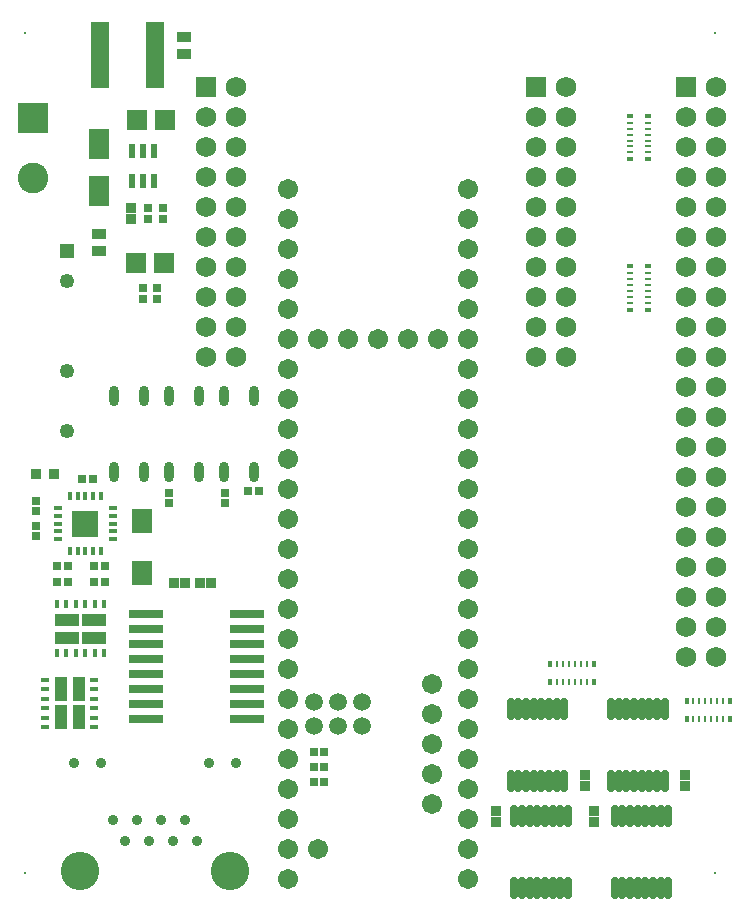
<source format=gts>
G04*
G04 #@! TF.GenerationSoftware,Altium Limited,Altium Designer,22.10.1 (41)*
G04*
G04 Layer_Color=8388736*
%FSLAX44Y44*%
%MOMM*%
G71*
G04*
G04 #@! TF.SameCoordinates,ED3CD574-296F-4DA1-8CEE-BF2CD4CAFD89*
G04*
G04*
G04 #@! TF.FilePolarity,Negative*
G04*
G01*
G75*
%ADD17R,1.2621X0.9578*%
%ADD18R,1.7540X1.8062*%
%ADD22R,1.6000X5.7000*%
%ADD23R,1.8000X2.1000*%
%ADD24R,1.7000X2.5000*%
%ADD25R,0.9587X0.9121*%
%ADD27R,0.6000X1.2000*%
%ADD29R,0.5000X0.2500*%
%ADD30R,0.5000X0.4250*%
%ADD31R,0.2500X0.5000*%
%ADD32R,0.4250X0.5000*%
%ADD34R,1.0000X2.1000*%
%ADD35R,0.6500X0.4000*%
G04:AMPARAMS|DCode=36|XSize=0.75mm|YSize=0.31mm|CornerRadius=0.0496mm|HoleSize=0mm|Usage=FLASHONLY|Rotation=0.000|XOffset=0mm|YOffset=0mm|HoleType=Round|Shape=RoundedRectangle|*
%AMROUNDEDRECTD36*
21,1,0.7500,0.2108,0,0,0.0*
21,1,0.6508,0.3100,0,0,0.0*
1,1,0.0992,0.3254,-0.1054*
1,1,0.0992,-0.3254,-0.1054*
1,1,0.0992,-0.3254,0.1054*
1,1,0.0992,0.3254,0.1054*
%
%ADD36ROUNDEDRECTD36*%
G04:AMPARAMS|DCode=37|XSize=0.31mm|YSize=0.75mm|CornerRadius=0.0496mm|HoleSize=0mm|Usage=FLASHONLY|Rotation=0.000|XOffset=0mm|YOffset=0mm|HoleType=Round|Shape=RoundedRectangle|*
%AMROUNDEDRECTD37*
21,1,0.3100,0.6508,0,0,0.0*
21,1,0.2108,0.7500,0,0,0.0*
1,1,0.0992,0.1054,-0.3254*
1,1,0.0992,-0.1054,-0.3254*
1,1,0.0992,-0.1054,0.3254*
1,1,0.0992,0.1054,0.3254*
%
%ADD37ROUNDEDRECTD37*%
%ADD38R,0.4000X0.6500*%
%ADD39R,2.1000X1.0000*%
%ADD40O,0.8032X1.7532*%
%ADD41R,0.8032X0.8032*%
%ADD42R,0.8032X0.8032*%
%ADD43R,0.8432X0.8432*%
%ADD44R,0.8432X0.8432*%
G04:AMPARAMS|DCode=45|XSize=0.6532mm|YSize=1.8032mm|CornerRadius=0.1511mm|HoleSize=0mm|Usage=FLASHONLY|Rotation=180.000|XOffset=0mm|YOffset=0mm|HoleType=Round|Shape=RoundedRectangle|*
%AMROUNDEDRECTD45*
21,1,0.6532,1.5010,0,0,180.0*
21,1,0.3510,1.8032,0,0,180.0*
1,1,0.3022,-0.1755,0.7505*
1,1,0.3022,0.1755,0.7505*
1,1,0.3022,0.1755,-0.7505*
1,1,0.3022,-0.1755,-0.7505*
%
%ADD45ROUNDEDRECTD45*%
%ADD46R,2.2000X2.2000*%
%ADD47R,2.9210X0.7620*%
%ADD48C,2.6032*%
%ADD49R,2.6032X2.6032*%
%ADD50C,1.2500*%
%ADD51R,1.2500X1.2500*%
%ADD52C,0.2032*%
%ADD53C,1.7532*%
%ADD54R,1.7532X1.7532*%
%ADD55C,1.5032*%
%ADD56C,1.7032*%
%ADD57C,3.2512*%
%ADD58C,0.9000*%
D17*
X88000Y551728D02*
D03*
Y566272D02*
D03*
X160000Y733272D02*
D03*
Y718728D02*
D03*
D18*
X120239Y663000D02*
D03*
X143761D02*
D03*
X119239Y542000D02*
D03*
X142761D02*
D03*
D22*
X88500Y718000D02*
D03*
X135500D02*
D03*
D23*
X124000Y323000D02*
D03*
Y279000D02*
D03*
D24*
X87826Y643000D02*
D03*
Y603000D02*
D03*
D25*
X34733Y363000D02*
D03*
X49267D02*
D03*
D27*
X115500Y611000D02*
D03*
X125000D02*
D03*
X134500D02*
D03*
Y637000D02*
D03*
X125000D02*
D03*
X115500D02*
D03*
D29*
X537500Y635500D02*
D03*
Y640500D02*
D03*
Y645500D02*
D03*
Y650500D02*
D03*
Y655500D02*
D03*
Y660500D02*
D03*
X552500D02*
D03*
Y655500D02*
D03*
Y650500D02*
D03*
Y645500D02*
D03*
Y640500D02*
D03*
Y635500D02*
D03*
Y508000D02*
D03*
Y513000D02*
D03*
Y518000D02*
D03*
Y523000D02*
D03*
Y528000D02*
D03*
Y533000D02*
D03*
X537500D02*
D03*
Y528000D02*
D03*
Y523000D02*
D03*
Y518000D02*
D03*
Y513000D02*
D03*
Y508000D02*
D03*
D30*
Y629625D02*
D03*
Y666375D02*
D03*
X552500D02*
D03*
Y629625D02*
D03*
Y502125D02*
D03*
Y538875D02*
D03*
X537500D02*
D03*
Y502125D02*
D03*
D31*
X500500Y187500D02*
D03*
X495500D02*
D03*
X490500D02*
D03*
X485500D02*
D03*
X480500D02*
D03*
X475500D02*
D03*
Y202500D02*
D03*
X480500D02*
D03*
X485500D02*
D03*
X490500D02*
D03*
X495500D02*
D03*
X500500D02*
D03*
X616000Y156000D02*
D03*
X611000D02*
D03*
X606000D02*
D03*
X601000D02*
D03*
X596000D02*
D03*
X591000D02*
D03*
Y171000D02*
D03*
X596000D02*
D03*
X601000D02*
D03*
X606000D02*
D03*
X611000D02*
D03*
X616000D02*
D03*
D32*
X506375Y187500D02*
D03*
X469625D02*
D03*
Y202500D02*
D03*
X506375D02*
D03*
X621875Y156000D02*
D03*
X585125D02*
D03*
Y171000D02*
D03*
X621875D02*
D03*
D34*
X70500Y180750D02*
D03*
Y157250D02*
D03*
X55500D02*
D03*
Y180750D02*
D03*
D35*
X83750Y189000D02*
D03*
Y181000D02*
D03*
Y173000D02*
D03*
Y165000D02*
D03*
Y157000D02*
D03*
Y149000D02*
D03*
X42250D02*
D03*
Y157000D02*
D03*
Y165000D02*
D03*
Y173000D02*
D03*
Y181000D02*
D03*
Y189000D02*
D03*
D36*
X52793Y334250D02*
D03*
Y327750D02*
D03*
Y321250D02*
D03*
Y314750D02*
D03*
Y308250D02*
D03*
X99292D02*
D03*
Y314750D02*
D03*
Y321250D02*
D03*
Y327750D02*
D03*
Y334250D02*
D03*
D37*
X63042Y298000D02*
D03*
X69542D02*
D03*
X76042D02*
D03*
X82543D02*
D03*
X89043D02*
D03*
Y344500D02*
D03*
X82543D02*
D03*
X76042D02*
D03*
X69542D02*
D03*
X63042D02*
D03*
D38*
X92000Y252750D02*
D03*
X84000D02*
D03*
X76000D02*
D03*
X68000D02*
D03*
X60000D02*
D03*
X52000D02*
D03*
Y211250D02*
D03*
X60000D02*
D03*
X68000D02*
D03*
X76000D02*
D03*
X84000D02*
D03*
X92000D02*
D03*
D39*
X83750Y239500D02*
D03*
X60250D02*
D03*
Y224500D02*
D03*
X83750D02*
D03*
D40*
X125700Y429250D02*
D03*
X100300D02*
D03*
X125700Y364750D02*
D03*
X100300D02*
D03*
X172207Y429250D02*
D03*
X146807D02*
D03*
X172207Y364750D02*
D03*
X146807D02*
D03*
X193300D02*
D03*
X218700D02*
D03*
X193300Y429250D02*
D03*
X218700D02*
D03*
D41*
X83500Y285000D02*
D03*
X92500D02*
D03*
X61500Y272000D02*
D03*
X52500D02*
D03*
X83500D02*
D03*
X92500D02*
D03*
X61500Y285000D02*
D03*
X52500D02*
D03*
X278500Y128000D02*
D03*
X269500D02*
D03*
X278500Y115000D02*
D03*
X269500D02*
D03*
X278500Y102000D02*
D03*
X269500D02*
D03*
X73500Y359000D02*
D03*
X82500D02*
D03*
X214000Y348941D02*
D03*
X223000D02*
D03*
D42*
X34000Y319500D02*
D03*
Y310500D02*
D03*
X194000Y338500D02*
D03*
Y347500D02*
D03*
X147000Y338500D02*
D03*
Y347500D02*
D03*
X142000Y588500D02*
D03*
Y579500D02*
D03*
X34000Y331500D02*
D03*
Y340500D02*
D03*
X137000Y511500D02*
D03*
Y520500D02*
D03*
X129000Y579500D02*
D03*
Y588500D02*
D03*
X125000Y520500D02*
D03*
Y511500D02*
D03*
D43*
X115000Y588600D02*
D03*
Y579400D02*
D03*
X584000Y108600D02*
D03*
Y99400D02*
D03*
X507000Y68400D02*
D03*
Y77600D02*
D03*
X424000Y68400D02*
D03*
Y77600D02*
D03*
X499000Y99400D02*
D03*
Y108600D02*
D03*
D44*
X160600Y271000D02*
D03*
X151400D02*
D03*
X182600D02*
D03*
X173400D02*
D03*
D45*
X569750Y73500D02*
D03*
X563250D02*
D03*
X556750D02*
D03*
X550250D02*
D03*
X543750D02*
D03*
X537250D02*
D03*
X530750D02*
D03*
X524250D02*
D03*
X569750Y12500D02*
D03*
X563250D02*
D03*
X556750D02*
D03*
X550250D02*
D03*
X543750D02*
D03*
X537250D02*
D03*
X530750D02*
D03*
X524250D02*
D03*
X439250D02*
D03*
X445750D02*
D03*
X452250D02*
D03*
X458750D02*
D03*
X465250D02*
D03*
X471750D02*
D03*
X478250D02*
D03*
X484750D02*
D03*
X439250Y73500D02*
D03*
X445750D02*
D03*
X452250D02*
D03*
X458750D02*
D03*
X465250D02*
D03*
X471750D02*
D03*
X478250D02*
D03*
X484750D02*
D03*
X436208Y103543D02*
D03*
X442707D02*
D03*
X449207D02*
D03*
X455708D02*
D03*
X462207D02*
D03*
X468708D02*
D03*
X475207D02*
D03*
X481707D02*
D03*
X436208Y164543D02*
D03*
X442707D02*
D03*
X449207D02*
D03*
X455708D02*
D03*
X462207D02*
D03*
X468708D02*
D03*
X475207D02*
D03*
X481707D02*
D03*
X566708Y164543D02*
D03*
X560207D02*
D03*
X553708D02*
D03*
X547207D02*
D03*
X540708D02*
D03*
X534207D02*
D03*
X527708D02*
D03*
X521208D02*
D03*
X566708Y103543D02*
D03*
X560207D02*
D03*
X553708D02*
D03*
X547207D02*
D03*
X540708D02*
D03*
X534207D02*
D03*
X527708D02*
D03*
X521208D02*
D03*
D46*
X76042Y321250D02*
D03*
D47*
X212926Y244450D02*
D03*
Y231750D02*
D03*
Y219050D02*
D03*
Y206350D02*
D03*
Y193650D02*
D03*
Y180950D02*
D03*
Y168250D02*
D03*
Y155550D02*
D03*
X127074D02*
D03*
Y168250D02*
D03*
Y180950D02*
D03*
Y193650D02*
D03*
Y206350D02*
D03*
Y219050D02*
D03*
Y231750D02*
D03*
Y244450D02*
D03*
D48*
X32000Y613600D02*
D03*
D49*
Y664400D02*
D03*
D50*
X60957Y399453D02*
D03*
Y450253D02*
D03*
Y526453D02*
D03*
D51*
Y551853D02*
D03*
D52*
X609600Y736600D02*
D03*
X25400Y25400D02*
D03*
X609600D02*
D03*
X25400Y736600D02*
D03*
D53*
X483000Y690800D02*
D03*
Y665400D02*
D03*
Y640000D02*
D03*
Y614600D02*
D03*
Y589200D02*
D03*
Y563800D02*
D03*
Y538400D02*
D03*
Y513000D02*
D03*
Y487600D02*
D03*
Y462200D02*
D03*
X457600Y665400D02*
D03*
Y640000D02*
D03*
Y614600D02*
D03*
Y589200D02*
D03*
Y563800D02*
D03*
Y538400D02*
D03*
Y513000D02*
D03*
Y487600D02*
D03*
Y462200D02*
D03*
X178200D02*
D03*
Y487600D02*
D03*
Y513000D02*
D03*
Y538400D02*
D03*
Y563800D02*
D03*
Y589200D02*
D03*
Y614600D02*
D03*
Y640000D02*
D03*
Y665400D02*
D03*
X203600Y462200D02*
D03*
Y487600D02*
D03*
Y513000D02*
D03*
Y538400D02*
D03*
Y563800D02*
D03*
Y589200D02*
D03*
Y614600D02*
D03*
Y640000D02*
D03*
Y665400D02*
D03*
Y690800D02*
D03*
X610000D02*
D03*
Y665400D02*
D03*
Y640000D02*
D03*
Y614600D02*
D03*
Y589200D02*
D03*
Y563800D02*
D03*
Y538400D02*
D03*
Y513000D02*
D03*
Y487600D02*
D03*
Y462200D02*
D03*
Y436800D02*
D03*
Y411400D02*
D03*
Y386000D02*
D03*
Y360600D02*
D03*
Y335200D02*
D03*
Y309800D02*
D03*
Y284400D02*
D03*
Y259000D02*
D03*
Y233600D02*
D03*
Y208200D02*
D03*
X584600Y665400D02*
D03*
Y640000D02*
D03*
Y614600D02*
D03*
Y589200D02*
D03*
Y563800D02*
D03*
Y538400D02*
D03*
Y513000D02*
D03*
Y487600D02*
D03*
Y462200D02*
D03*
Y436800D02*
D03*
Y411400D02*
D03*
Y386000D02*
D03*
Y360600D02*
D03*
Y335200D02*
D03*
Y309800D02*
D03*
Y284400D02*
D03*
Y259000D02*
D03*
Y233600D02*
D03*
Y208200D02*
D03*
D54*
X457600Y690800D02*
D03*
X178200D02*
D03*
X584600D02*
D03*
D55*
X270000Y170000D02*
D03*
Y150000D02*
D03*
X290000Y170000D02*
D03*
Y150000D02*
D03*
X310000Y170000D02*
D03*
Y150000D02*
D03*
D56*
X272900Y45700D02*
D03*
X369400Y185400D02*
D03*
Y160000D02*
D03*
Y134600D02*
D03*
Y109200D02*
D03*
Y83800D02*
D03*
X272900Y477500D02*
D03*
X298300D02*
D03*
X323700D02*
D03*
X349100D02*
D03*
X374500D02*
D03*
X247500Y20300D02*
D03*
Y45700D02*
D03*
Y71100D02*
D03*
Y96500D02*
D03*
Y121900D02*
D03*
Y147300D02*
D03*
Y172700D02*
D03*
Y198100D02*
D03*
Y223500D02*
D03*
Y248900D02*
D03*
Y274300D02*
D03*
Y299700D02*
D03*
Y325100D02*
D03*
Y350500D02*
D03*
Y375900D02*
D03*
Y401300D02*
D03*
Y426700D02*
D03*
Y452100D02*
D03*
Y477500D02*
D03*
Y502900D02*
D03*
Y528300D02*
D03*
Y553700D02*
D03*
Y579100D02*
D03*
Y604500D02*
D03*
X399900D02*
D03*
Y579100D02*
D03*
Y553700D02*
D03*
Y528300D02*
D03*
Y502900D02*
D03*
Y477500D02*
D03*
Y452100D02*
D03*
Y426700D02*
D03*
Y401300D02*
D03*
Y375900D02*
D03*
Y350500D02*
D03*
Y325100D02*
D03*
Y299700D02*
D03*
Y274300D02*
D03*
Y248900D02*
D03*
Y223500D02*
D03*
Y198100D02*
D03*
Y172700D02*
D03*
Y147300D02*
D03*
Y121900D02*
D03*
Y96500D02*
D03*
Y71100D02*
D03*
Y45700D02*
D03*
Y20300D02*
D03*
D57*
X198740Y26820D02*
D03*
X71740D02*
D03*
D58*
X66660Y118260D02*
D03*
X89520D02*
D03*
X180960D02*
D03*
X203820D02*
D03*
X99680Y70000D02*
D03*
X109840Y52220D02*
D03*
X120000Y70000D02*
D03*
X130160Y52220D02*
D03*
X140320Y70000D02*
D03*
X150480Y52220D02*
D03*
X160640Y70000D02*
D03*
X170800Y52220D02*
D03*
M02*

</source>
